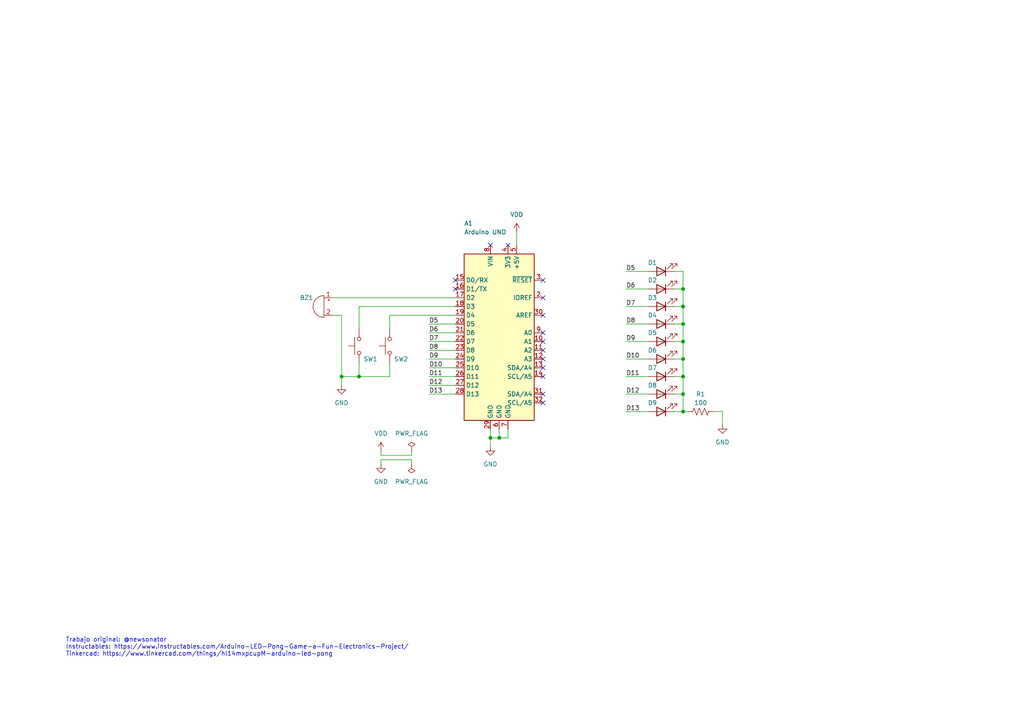
<source format=kicad_sch>
(kicad_sch (version 20231120) (generator "eeschema") (generator_version "8.0")
  (paper "A4")
  (title_block (title "Arduino LED Pong!") (date "2023-12-18") (rev "1.0") (company "LUCAS MARTIN TRESER"))
  (lib_symbols
    (symbol "Device:Buzzer" (pin_names (offset 0.0254) hide)
      (property "Reference" "BZ" (at 3.81 1.27 0))
      (property "Value" "Buzzer" (at 3.81 -1.27 0))
      (symbol "Buzzer_0_1"
        (arc (start 0 -3.175) (mid 3.1612 0) (end 0 3.175))
        (polyline (pts (xy -1.651 1.905) (xy -1.143 1.905)))
        (polyline (pts (xy -1.397 2.159) (xy -1.397 1.651)))
        (polyline (pts (xy 0 3.175) (xy 0 -3.175)))
      )
      (symbol "Buzzer_1_1"
        (pin passive line (at -2.54 2.54 0) (length 2.54) (name "-") (number "1"))
        (pin passive line (at -2.54 -2.54 0) (length 2.54) (name "+") (number "2"))
      )
    )
    (symbol "Device:LED" (pin_numbers hide) (pin_names (offset 1.016) hide)
      (property "Reference" "D" (at 0 2.54 0))
      (property "Value" "LED" (at 0 -2.54 0))
      (symbol "LED_0_1"
        (polyline (pts (xy -1.27 -1.27) (xy -1.27 1.27)) (stroke (width 0.254)))
        (polyline (pts (xy -1.27 0) (xy 1.27 0)))
        (polyline (pts (xy 1.27 -1.27) (xy 1.27 1.27) (xy -1.27 0) (xy 1.27 -1.27)) (stroke (width 0.254)))
        (polyline (pts (xy -3.048 -0.762) (xy -4.572 -2.286) (xy -3.81 -2.286) (xy -4.572 -2.286) (xy -4.572 -1.524)))
        (polyline (pts (xy -1.778 -0.762) (xy -3.302 -2.286) (xy -2.54 -2.286) (xy -3.302 -2.286) (xy -3.302 -1.524)))
      )
      (symbol "LED_1_1"
        (pin passive line (at -3.81 0 0) (length 2.54) (name "K") (number "1"))
        (pin passive line (at 3.81 0 180) (length 2.54) (name "A") (number "2"))
      )
    )
    (symbol "Device:R_US" (pin_numbers hide) (pin_names (offset 0))
      (property "Reference" "R" (at 2.54 0 90))
      (property "Value" "R_US" (at -2.54 0 90))
      (symbol "R_US_0_1"
        (polyline (pts (xy 0 -2.286) (xy 0 -2.54)))
        (polyline (pts (xy 0 2.286) (xy 0 2.54)))
        (polyline (pts (xy 0 -0.762) (xy 1.016 -1.143) (xy 0 -1.524) (xy -1.016 -1.905) (xy 0 -2.286)))
        (polyline (pts (xy 0 0.762) (xy 1.016 0.381) (xy 0 0) (xy -1.016 -0.381) (xy 0 -0.762)))
        (polyline (pts (xy 0 2.286) (xy 1.016 1.905) (xy 0 1.524) (xy -1.016 1.143) (xy 0 0.762)))
      )
      (symbol "R_US_1_1"
        (pin passive line (at 0 3.81 270) (length 1.27) (name "~") (number "1"))
        (pin passive line (at 0 -3.81 90) (length 1.27) (name "~") (number "2"))
      )
    )
    (symbol "MCU_Module:Arduino_UNO_R3"
      (property "Reference" "A" (at -10.16 23.495 0))
      (property "Value" "Arduino_UNO_R3" (at 5.08 -26.67 0))
      (symbol "Arduino_UNO_R3_0_1"
        (rectangle (start -10.16 22.86) (end 10.16 -25.4) (stroke (width 0.254)) (fill (type background)))
      )
      (symbol "Arduino_UNO_R3_1_1"
        (pin no_connect line (at -10.16 -20.32 0) (length 2.54) hide (name "NC") (number "1"))
        (pin bidirectional line (at 12.7 -2.54 180) (length 2.54) (name "A1") (number "10"))
        (pin bidirectional line (at 12.7 -5.08 180) (length 2.54) (name "A2") (number "11"))
        (pin bidirectional line (at 12.7 -7.62 180) (length 2.54) (name "A3") (number "12"))
        (pin bidirectional line (at 12.7 -10.16 180) (length 2.54) (name "SDA/A4") (number "13"))
        (pin bidirectional line (at 12.7 -12.7 180) (length 2.54) (name "SCL/A5") (number "14"))
        (pin bidirectional line (at -12.7 15.24 0) (length 2.54) (name "D0/RX") (number "15"))
        (pin bidirectional line (at -12.7 12.7 0) (length 2.54) (name "D1/TX") (number "16"))
        (pin bidirectional line (at -12.7 10.16 0) (length 2.54) (name "D2") (number "17"))
        (pin bidirectional line (at -12.7 7.62 0) (length 2.54) (name "D3") (number "18"))
        (pin bidirectional line (at -12.7 5.08 0) (length 2.54) (name "D4") (number "19"))
        (pin output line (at 12.7 10.16 180) (length 2.54) (name "IOREF") (number "2"))
        (pin bidirectional line (at -12.7 2.54 0) (length 2.54) (name "D5") (number "20"))
        (pin bidirectional line (at -12.7 0 0) (length 2.54) (name "D6") (number "21"))
        (pin bidirectional line (at -12.7 -2.54 0) (length 2.54) (name "D7") (number "22"))
        (pin bidirectional line (at -12.7 -5.08 0) (length 2.54) (name "D8") (number "23"))
        (pin bidirectional line (at -12.7 -7.62 0) (length 2.54) (name "D9") (number "24"))
        (pin bidirectional line (at -12.7 -10.16 0) (length 2.54) (name "D10") (number "25"))
        (pin bidirectional line (at -12.7 -12.7 0) (length 2.54) (name "D11") (number "26"))
        (pin bidirectional line (at -12.7 -15.24 0) (length 2.54) (name "D12") (number "27"))
        (pin bidirectional line (at -12.7 -17.78 0) (length 2.54) (name "D13") (number "28"))
        (pin power_in line (at -2.54 -27.94 90) (length 2.54) (name "GND") (number "29"))
        (pin input line (at 12.7 15.24 180) (length 2.54) (name "~{RESET}") (number "3"))
        (pin input line (at 12.7 5.08 180) (length 2.54) (name "AREF") (number "30"))
        (pin bidirectional line (at 12.7 -17.78 180) (length 2.54) (name "SDA/A4") (number "31"))
        (pin bidirectional line (at 12.7 -20.32 180) (length 2.54) (name "SCL/A5") (number "32"))
        (pin power_out line (at 2.54 25.4 270) (length 2.54) (name "3V3") (number "4"))
        (pin power_out line (at 5.08 25.4 270) (length 2.54) (name "+5V") (number "5"))
        (pin power_in line (at 0 -27.94 90) (length 2.54) (name "GND") (number "6"))
        (pin power_in line (at 2.54 -27.94 90) (length 2.54) (name "GND") (number "7"))
        (pin power_in line (at -2.54 25.4 270) (length 2.54) (name "VIN") (number "8"))
        (pin bidirectional line (at 12.7 0 180) (length 2.54) (name "A0") (number "9"))
      )
    )
    (symbol "Switch:SW_Push" (pin_numbers hide) (pin_names (offset 1.016) hide)
      (property "Reference" "SW" (at 1.27 2.54 0))
      (property "Value" "SW_Push" (at 0 -1.524 0))
      (symbol "SW_Push_0_1"
        (circle (center -2.032 0) (radius 0.508))
        (polyline (pts (xy 0 1.27) (xy 0 3.048)))
        (polyline (pts (xy 2.54 1.27) (xy -2.54 1.27)))
        (circle (center 2.032 0) (radius 0.508))
        (pin passive line (at -5.08 0 0) (length 2.54) (name "1") (number "1"))
        (pin passive line (at 5.08 0 180) (length 2.54) (name "2") (number "2"))
      )
    )
    (symbol "power:GND" (power) (pin_names (offset 0))
      (property "Value" "GND" (at 0 -3.81 0))
      (symbol "GND_0_1"
        (polyline (pts (xy 0 0) (xy 0 -1.27) (xy 1.27 -1.27) (xy 0 -2.54) (xy -1.27 -1.27) (xy 0 -1.27)))
      )
      (symbol "GND_1_1"
        (pin power_in line (at 0 0 270) (length 0) hide (name "GND") (number "1"))
      )
    )
    (symbol "power:PWR_FLAG" (power) (pin_numbers hide) (pin_names (offset 0) hide)
      (property "Value" "PWR_FLAG" (at 0 3.81 0))
      (symbol "PWR_FLAG_0_0"
        (pin power_out line (at 0 0 90) (length 0) (name "pwr") (number "1"))
      )
      (symbol "PWR_FLAG_0_1"
        (polyline (pts (xy 0 0) (xy 0 1.27) (xy -1.016 1.905) (xy 0 2.54) (xy 1.016 1.905) (xy 0 1.27)))
      )
    )
    (symbol "power:VDD" (power) (pin_names (offset 0))
      (property "Value" "VDD" (at 0 3.81 0))
      (symbol "VDD_0_1"
        (polyline (pts (xy -0.762 1.27) (xy 0 2.54)))
        (polyline (pts (xy 0 0) (xy 0 2.54)))
        (polyline (pts (xy 0 2.54) (xy 0.762 1.27)))
      )
      (symbol "VDD_1_1"
        (pin power_in line (at 0 0 90) (length 0) hide (name "VDD") (number "1"))
      )
    )
  )
  (junction (at 198.12 104.14))
  (junction (at 198.12 88.9))
  (junction (at 198.12 93.98))
  (junction (at 142.24 127))
  (junction (at 198.12 99.06))
  (junction (at 144.78 127))
  (junction (at 198.12 114.3))
  (junction (at 198.12 119.38))
  (junction (at 104.14 109.22))
  (junction (at 198.12 109.22))
  (junction (at 99.06 109.22))
  (junction (at 198.12 83.82))
  (no_connect (at 147.32 71.12))
  (no_connect (at 157.48 114.3))
  (no_connect (at 157.48 96.52))
  (no_connect (at 157.48 116.84))
  (no_connect (at 157.48 109.22))
  (no_connect (at 132.08 83.82))
  (no_connect (at 157.48 106.68))
  (no_connect (at 157.48 104.14))
  (no_connect (at 132.08 81.28))
  (no_connect (at 142.24 71.12))
  (no_connect (at 157.48 91.44))
  (no_connect (at 157.48 81.28))
  (no_connect (at 157.48 86.36))
  (no_connect (at 157.48 99.06))
  (no_connect (at 157.48 101.6))
  (wire (pts (xy 124.46 114.3) (xy 132.08 114.3)))
  (wire (pts (xy 209.55 119.38) (xy 209.55 123.19)))
  (wire (pts (xy 96.52 91.44) (xy 99.06 91.44)))
  (wire (pts (xy 113.03 109.22) (xy 104.14 109.22)))
  (wire (pts (xy 198.12 88.9) (xy 198.12 93.98)))
  (wire (pts (xy 181.61 104.14) (xy 187.96 104.14)))
  (wire (pts (xy 181.61 93.98) (xy 187.96 93.98)))
  (wire (pts (xy 124.46 96.52) (xy 132.08 96.52)))
  (wire (pts (xy 99.06 91.44) (xy 99.06 109.22)))
  (wire (pts (xy 119.38 134.62) (xy 119.38 133.35)))
  (wire (pts (xy 124.46 104.14) (xy 132.08 104.14)))
  (wire (pts (xy 195.58 83.82) (xy 198.12 83.82)))
  (wire (pts (xy 195.58 78.74) (xy 198.12 78.74)))
  (wire (pts (xy 99.06 109.22) (xy 99.06 111.76)))
  (wire (pts (xy 149.86 67.31) (xy 149.86 71.12)))
  (wire (pts (xy 104.14 105.41) (xy 104.14 109.22)))
  (wire (pts (xy 132.08 88.9) (xy 104.14 88.9)))
  (wire (pts (xy 142.24 124.46) (xy 142.24 127)))
  (wire (pts (xy 198.12 83.82) (xy 198.12 88.9)))
  (wire (pts (xy 195.58 109.22) (xy 198.12 109.22)))
  (wire (pts (xy 96.52 86.36) (xy 132.08 86.36)))
  (wire (pts (xy 198.12 119.38) (xy 199.39 119.38)))
  (wire (pts (xy 181.61 119.38) (xy 187.96 119.38)))
  (wire (pts (xy 132.08 91.44) (xy 113.03 91.44)))
  (wire (pts (xy 147.32 124.46) (xy 147.32 127)))
  (wire (pts (xy 124.46 106.68) (xy 132.08 106.68)))
  (wire (pts (xy 144.78 124.46) (xy 144.78 127)))
  (wire (pts (xy 195.58 114.3) (xy 198.12 114.3)))
  (wire (pts (xy 195.58 88.9) (xy 198.12 88.9)))
  (wire (pts (xy 198.12 99.06) (xy 198.12 104.14)))
  (wire (pts (xy 119.38 133.35) (xy 110.49 133.35)))
  (wire (pts (xy 198.12 78.74) (xy 198.12 83.82)))
  (wire (pts (xy 113.03 105.41) (xy 113.03 109.22)))
  (wire (pts (xy 195.58 99.06) (xy 198.12 99.06)))
  (wire (pts (xy 198.12 104.14) (xy 198.12 109.22)))
  (wire (pts (xy 181.61 78.74) (xy 187.96 78.74)))
  (wire (pts (xy 110.49 133.35) (xy 110.49 134.62)))
  (wire (pts (xy 124.46 111.76) (xy 132.08 111.76)))
  (wire (pts (xy 142.24 127) (xy 144.78 127)))
  (wire (pts (xy 113.03 91.44) (xy 113.03 95.25)))
  (wire (pts (xy 124.46 109.22) (xy 132.08 109.22)))
  (wire (pts (xy 195.58 93.98) (xy 198.12 93.98)))
  (wire (pts (xy 104.14 109.22) (xy 99.06 109.22)))
  (wire (pts (xy 124.46 99.06) (xy 132.08 99.06)))
  (wire (pts (xy 181.61 83.82) (xy 187.96 83.82)))
  (wire (pts (xy 207.01 119.38) (xy 209.55 119.38)))
  (wire (pts (xy 124.46 93.98) (xy 132.08 93.98)))
  (wire (pts (xy 110.49 132.08) (xy 119.38 132.08)))
  (wire (pts (xy 104.14 88.9) (xy 104.14 95.25)))
  (wire (pts (xy 142.24 127) (xy 142.24 129.54)))
  (wire (pts (xy 198.12 114.3) (xy 198.12 119.38)))
  (wire (pts (xy 195.58 104.14) (xy 198.12 104.14)))
  (wire (pts (xy 181.61 109.22) (xy 187.96 109.22)))
  (wire (pts (xy 124.46 101.6) (xy 132.08 101.6)))
  (wire (pts (xy 181.61 88.9) (xy 187.96 88.9)))
  (wire (pts (xy 119.38 132.08) (xy 119.38 130.81)))
  (wire (pts (xy 110.49 130.81) (xy 110.49 132.08)))
  (wire (pts (xy 198.12 109.22) (xy 198.12 114.3)))
  (wire (pts (xy 198.12 93.98) (xy 198.12 99.06)))
  (wire (pts (xy 195.58 119.38) (xy 198.12 119.38)))
  (wire (pts (xy 144.78 127) (xy 147.32 127)))
  (wire (pts (xy 181.61 99.06) (xy 187.96 99.06)))
  (wire (pts (xy 181.61 114.3) (xy 187.96 114.3)))
  (text "Trabajo original: @newsonator\nInstructables: https://www.instructables.com/Arduino-LED-Pong-Game-a-Fun-Electronics-Project/\nTinkercad: https://www.tinkercad.com/things/hl14mxpcupM-arduino-led-pong" (at 19.05 190.5 0) (effects (font (size 1.27 1.27)) (justify left bottom)))
  (label "D9" (at 181.61 99.06 0))
  (label "D13" (at 181.61 119.38 0))
  (label "D5" (at 181.61 78.74 0))
  (label "D10" (at 124.46 106.68 0))
  (label "D5" (at 124.46 93.98 0))
  (label "D6" (at 124.46 96.52 0))
  (label "D7" (at 124.46 99.06 0))
  (label "D8" (at 181.61 93.98 0))
  (label "D9" (at 124.46 104.14 0))
  (label "D11" (at 181.61 109.22 0))
  (label "D7" (at 181.61 88.9 0))
  (label "D10" (at 181.61 104.14 0))
  (label "D11" (at 124.46 109.22 0))
  (label "D12" (at 124.46 111.76 0))
  (label "D13" (at 124.46 114.3 0))
  (label "D8" (at 124.46 101.6 0))
  (label "D6" (at 181.61 83.82 0))
  (label "D12" (at 181.61 114.3 0))
  (symbol (lib_id "Device:LED") (at 191.77 114.3 180) (unit 1)
    (property "Reference" "D8" (at 189.23 111.76 0))
    (property "Value" "LED" (effects (hide yes)))
    (property "Footprint" "LED_THT:LED_D5.0mm" (effects (hide yes)))
  )
  (symbol (lib_id "Switch:SW_Push") (at 113.03 100.33 90) (unit 1)
    (property "Reference" "SW2" (at 114.3 104.14 90) (effects (justify right)))
    (property "Value" "SW_Push" (effects (hide yes)))
    (property "Footprint" "Button_Switch_THT:SW_PUSH_6mm" (effects (hide yes)))
  )
  (symbol (lib_id "Device:LED") (at 191.77 104.14 180) (unit 1)
    (property "Reference" "D6" (at 189.23 101.6 0))
    (property "Value" "LED" (effects (hide yes)))
    (property "Footprint" "LED_THT:LED_D5.0mm" (effects (hide yes)))
  )
  (symbol (lib_id "power:GND") (at 110.49 134.62 0) (unit 1)
    (property "Reference" "#PWR05" (effects (hide yes)))
    (property "Value" "GND" (at 110.49 139.7 0))
  )
  (symbol (lib_id "power:GND") (at 142.24 129.54 0) (unit 1)
    (property "Reference" "#PWR01" (effects (hide yes)))
    (property "Value" "GND" (at 142.24 134.62 0))
  )
  (symbol (lib_id "Device:LED") (at 191.77 109.22 180) (unit 1)
    (property "Reference" "D7" (at 189.23 106.68 0))
    (property "Value" "LED" (effects (hide yes)))
    (property "Footprint" "LED_THT:LED_D5.0mm" (effects (hide yes)))
  )
  (symbol (lib_id "Device:LED") (at 191.77 93.98 180) (unit 1)
    (property "Reference" "D4" (at 189.23 91.44 0))
    (property "Value" "LED" (effects (hide yes)))
    (property "Footprint" "LED_THT:LED_D5.0mm" (effects (hide yes)))
  )
  (symbol (lib_id "Device:LED") (at 191.77 83.82 180) (unit 1)
    (property "Reference" "D2" (at 189.23 81.28 0))
    (property "Value" "LED" (effects (hide yes)))
    (property "Footprint" "LED_THT:LED_D5.0mm" (effects (hide yes)))
  )
  (symbol (lib_id "Device:R_US") (at 203.2 119.38 90) (unit 1)
    (property "Reference" "R1" (at 203.2 114.3 90))
    (property "Value" "100" (at 203.2 116.84 90))
    (property "Footprint" "Resistor_THT:R_Axial_DIN0207_L6.3mm_D2.5mm_P7.62mm_Horizontal" (effects (hide yes)))
  )
  (symbol (lib_id "power:PWR_FLAG") (at 119.38 130.81 0) (unit 1)
    (property "Reference" "#FLG01" (effects (hide yes)))
    (property "Value" "PWR_FLAG" (at 119.38 125.73 0))
  )
  (symbol (lib_id "Device:LED") (at 191.77 99.06 180) (unit 1)
    (property "Reference" "D5" (at 189.23 96.52 0))
    (property "Value" "LED" (effects (hide yes)))
    (property "Footprint" "LED_THT:LED_D5.0mm" (effects (hide yes)))
  )
  (symbol (lib_id "MCU_Module:Arduino_UNO_R3") (at 144.78 96.52 0) (unit 1)
    (property "Reference" "A1" (at 134.62 64.77 0) (effects (justify left)))
    (property "Value" "Arduino UNO" (at 134.62 67.31 0) (effects (justify left)))
    (property "Footprint" "libs:Arduino_UNO_R3_OVAL" (effects (hide yes)))
    (property "Datasheet" "https://www.arduino.cc/en/Main/arduinoBoardUno" (effects (hide yes)))
  )
  (symbol (lib_id "Device:LED") (at 191.77 88.9 180) (unit 1)
    (property "Reference" "D3" (at 189.23 86.36 0))
    (property "Value" "LED" (effects (hide yes)))
    (property "Footprint" "LED_THT:LED_D5.0mm" (effects (hide yes)))
  )
  (symbol (lib_id "power:GND") (at 99.06 111.76 0) (unit 1)
    (property "Reference" "#PWR04" (effects (hide yes)))
    (property "Value" "GND" (at 99.06 116.84 0))
  )
  (symbol (lib_id "power:PWR_FLAG") (at 119.38 134.62 0) (mirror x) (unit 1)
    (property "Reference" "#FLG02" (effects (hide yes)))
    (property "Value" "PWR_FLAG" (at 119.38 139.7 0))
  )
  (symbol (lib_id "power:VDD") (at 110.49 130.81 0) (unit 1)
    (property "Reference" "#PWR06" (effects (hide yes)))
    (property "Value" "VDD" (at 110.49 125.73 0))
  )
  (symbol (lib_id "Device:LED") (at 191.77 119.38 180) (unit 1)
    (property "Reference" "D9" (at 189.23 116.84 0))
    (property "Value" "LED" (effects (hide yes)))
    (property "Footprint" "LED_THT:LED_D5.0mm" (effects (hide yes)))
  )
  (symbol (lib_id "Device:Buzzer") (at 93.98 88.9 0) (mirror y) (unit 1)
    (property "Reference" "BZ1" (at 88.9 86.36 0))
    (property "Value" "Buzzer" (effects (hide yes)))
    (property "Footprint" "Buzzer_Beeper:Buzzer_15x7.5RM7.6" (effects (hide yes)))
  )
  (symbol (lib_id "power:GND") (at 209.55 123.19 0) (unit 1)
    (property "Reference" "#PWR03" (effects (hide yes)))
    (property "Value" "GND" (at 209.55 128.27 0))
  )
  (symbol (lib_id "power:VDD") (at 149.86 67.31 0) (unit 1)
    (property "Reference" "#PWR02" (effects (hide yes)))
    (property "Value" "VDD" (at 149.86 62.23 0))
  )
  (symbol (lib_id "Device:LED") (at 191.77 78.74 180) (unit 1)
    (property "Reference" "D1" (at 189.23 76.2 0))
    (property "Value" "LED" (effects (hide yes)))
    (property "Footprint" "LED_THT:LED_D5.0mm" (effects (hide yes)))
  )
  (symbol (lib_id "Switch:SW_Push") (at 104.14 100.33 90) (unit 1)
    (property "Reference" "SW1" (at 105.41 104.14 90) (effects (justify right)))
    (property "Value" "SW_Push" (effects (hide yes)))
    (property "Footprint" "Button_Switch_THT:SW_PUSH_6mm" (effects (hide yes)))
  )
)
</source>
